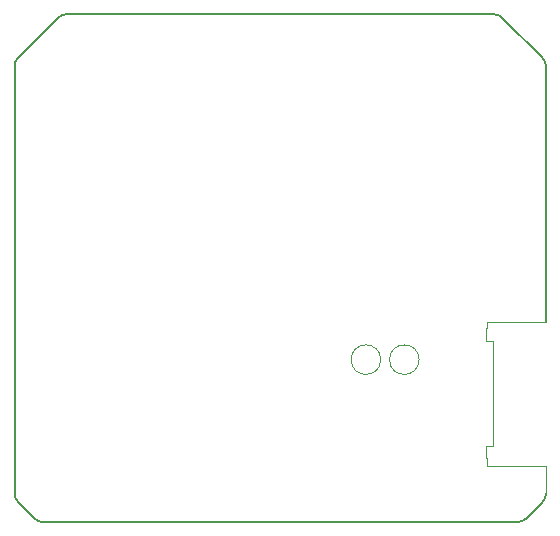
<source format=gbr>
%TF.GenerationSoftware,KiCad,Pcbnew,9.0.1*%
%TF.CreationDate,2025-06-09T14:40:24-04:00*%
%TF.ProjectId,Ceinture_respiration_Main,4365696e-7475-4726-955f-726573706972,1.1*%
%TF.SameCoordinates,Original*%
%TF.FileFunction,Profile,NP*%
%FSLAX46Y46*%
G04 Gerber Fmt 4.6, Leading zero omitted, Abs format (unit mm)*
G04 Created by KiCad (PCBNEW 9.0.1) date 2025-06-09 14:40:24*
%MOMM*%
%LPD*%
G01*
G04 APERTURE LIST*
%TA.AperFunction,Profile*%
%ADD10C,0.100000*%
%TD*%
%TA.AperFunction,Profile*%
%ADD11C,0.200000*%
%TD*%
%TA.AperFunction,Profile*%
%ADD12C,0.120000*%
%TD*%
G04 APERTURE END LIST*
D10*
X40893750Y-26042000D02*
X45000000Y-26042000D01*
D11*
X0Y-4414214D02*
G75*
G02*
X292907Y-3707121I999900J14D01*
G01*
X40585786Y0D02*
G75*
G02*
X41292900Y-292886I14J-1000000D01*
G01*
X4414214Y0D02*
X40585786Y0D01*
X2414214Y-43000000D02*
X42585786Y-43000000D01*
D10*
X45000000Y-38234000D02*
X45000000Y-40585786D01*
D11*
X44707107Y-41292893D02*
X43292893Y-42707107D01*
X3707107Y-292893D02*
G75*
G02*
X4414214Y-39I707093J-707207D01*
G01*
X292893Y-41292893D02*
G75*
G02*
X39Y-40585786I707207J707093D01*
G01*
X44707107Y-3707107D02*
G75*
G02*
X44999990Y-4414214I-707107J-707093D01*
G01*
X3707107Y-292893D02*
X292893Y-3707107D01*
D10*
X34250000Y-29250000D02*
G75*
G02*
X31750000Y-29250000I-1250000J0D01*
G01*
X31750000Y-29250000D02*
G75*
G02*
X34250000Y-29250000I1250000J0D01*
G01*
X40893750Y-38234000D02*
X45000000Y-38234000D01*
D11*
X44707107Y-3707107D02*
X41292893Y-292893D01*
X45000000Y-26042000D02*
X45000000Y-4414214D01*
X2414214Y-43000000D02*
G75*
G02*
X1707100Y-42707114I-14J1000000D01*
G01*
X0Y-40585786D02*
X0Y-4414214D01*
D10*
X31000000Y-29250000D02*
G75*
G02*
X28500000Y-29250000I-1250000J0D01*
G01*
X28500000Y-29250000D02*
G75*
G02*
X31000000Y-29250000I1250000J0D01*
G01*
D11*
X43292893Y-42707107D02*
G75*
G02*
X42585786Y-42999961I-707093J707207D01*
G01*
X292893Y-41292893D02*
X1707107Y-42707107D01*
X45000000Y-40585786D02*
G75*
G02*
X44707093Y-41292879I-999900J-14D01*
G01*
D12*
%TO.C,S1*%
X39877750Y-26550000D02*
X40004750Y-26550000D01*
X39877750Y-27693000D02*
X39877750Y-26550000D01*
X39877750Y-36583000D02*
X39877750Y-37599000D01*
X39877750Y-37599000D02*
X40004750Y-37599000D01*
X40004750Y-26550000D02*
X40004750Y-26042000D01*
X40004750Y-38234000D02*
X40004750Y-37599000D01*
X40004750Y-38234000D02*
X40893750Y-38234000D01*
X40512750Y-27693000D02*
X39877750Y-27693000D01*
X40512750Y-36583000D02*
X39877750Y-36583000D01*
X40512750Y-36583000D02*
X40512750Y-27693000D01*
X40893750Y-26042000D02*
X40004750Y-26042000D01*
%TD*%
M02*

</source>
